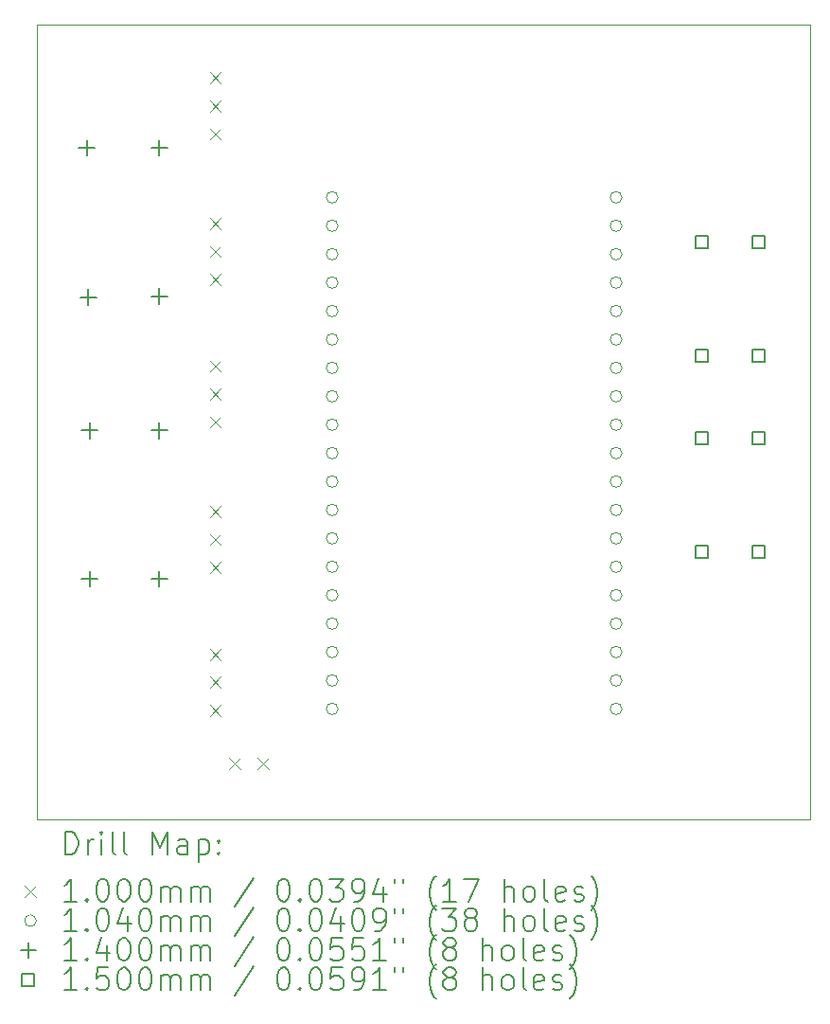
<source format=gbr>
%TF.GenerationSoftware,KiCad,Pcbnew,8.0.5*%
%TF.CreationDate,2024-11-17T20:05:29+09:00*%
%TF.ProjectId,VR_glove,56525f67-6c6f-4766-952e-6b696361645f,rev?*%
%TF.SameCoordinates,Original*%
%TF.FileFunction,Drillmap*%
%TF.FilePolarity,Positive*%
%FSLAX45Y45*%
G04 Gerber Fmt 4.5, Leading zero omitted, Abs format (unit mm)*
G04 Created by KiCad (PCBNEW 8.0.5) date 2024-11-17 20:05:29*
%MOMM*%
%LPD*%
G01*
G04 APERTURE LIST*
%ADD10C,0.050000*%
%ADD11C,0.200000*%
%ADD12C,0.100000*%
%ADD13C,0.104000*%
%ADD14C,0.140000*%
%ADD15C,0.150000*%
G04 APERTURE END LIST*
D10*
X11775000Y-4625000D02*
X18700000Y-4625000D01*
X18700000Y-11725000D01*
X11775000Y-11725000D01*
X11775000Y-4625000D01*
D11*
D12*
X13325000Y-5050000D02*
X13425000Y-5150000D01*
X13425000Y-5050000D02*
X13325000Y-5150000D01*
X13325000Y-5300000D02*
X13425000Y-5400000D01*
X13425000Y-5300000D02*
X13325000Y-5400000D01*
X13325000Y-5550000D02*
X13425000Y-5650000D01*
X13425000Y-5550000D02*
X13325000Y-5650000D01*
X13325000Y-6350000D02*
X13425000Y-6450000D01*
X13425000Y-6350000D02*
X13325000Y-6450000D01*
X13325000Y-6600000D02*
X13425000Y-6700000D01*
X13425000Y-6600000D02*
X13325000Y-6700000D01*
X13325000Y-6850000D02*
X13425000Y-6950000D01*
X13425000Y-6850000D02*
X13325000Y-6950000D01*
X13325000Y-7625000D02*
X13425000Y-7725000D01*
X13425000Y-7625000D02*
X13325000Y-7725000D01*
X13325000Y-7875000D02*
X13425000Y-7975000D01*
X13425000Y-7875000D02*
X13325000Y-7975000D01*
X13325000Y-8125000D02*
X13425000Y-8225000D01*
X13425000Y-8125000D02*
X13325000Y-8225000D01*
X13325000Y-8925000D02*
X13425000Y-9025000D01*
X13425000Y-8925000D02*
X13325000Y-9025000D01*
X13325000Y-9175000D02*
X13425000Y-9275000D01*
X13425000Y-9175000D02*
X13325000Y-9275000D01*
X13325000Y-9425000D02*
X13425000Y-9525000D01*
X13425000Y-9425000D02*
X13325000Y-9525000D01*
X13325000Y-10200000D02*
X13425000Y-10300000D01*
X13425000Y-10200000D02*
X13325000Y-10300000D01*
X13325000Y-10450000D02*
X13425000Y-10550000D01*
X13425000Y-10450000D02*
X13325000Y-10550000D01*
X13325000Y-10700000D02*
X13425000Y-10800000D01*
X13425000Y-10700000D02*
X13325000Y-10800000D01*
X13498500Y-11175000D02*
X13598500Y-11275000D01*
X13598500Y-11175000D02*
X13498500Y-11275000D01*
X13752500Y-11175000D02*
X13852500Y-11275000D01*
X13852500Y-11175000D02*
X13752500Y-11275000D01*
D13*
X14472000Y-6166000D02*
G75*
G02*
X14368000Y-6166000I-52000J0D01*
G01*
X14368000Y-6166000D02*
G75*
G02*
X14472000Y-6166000I52000J0D01*
G01*
X14472000Y-6420000D02*
G75*
G02*
X14368000Y-6420000I-52000J0D01*
G01*
X14368000Y-6420000D02*
G75*
G02*
X14472000Y-6420000I52000J0D01*
G01*
X14472000Y-6674000D02*
G75*
G02*
X14368000Y-6674000I-52000J0D01*
G01*
X14368000Y-6674000D02*
G75*
G02*
X14472000Y-6674000I52000J0D01*
G01*
X14472000Y-6928000D02*
G75*
G02*
X14368000Y-6928000I-52000J0D01*
G01*
X14368000Y-6928000D02*
G75*
G02*
X14472000Y-6928000I52000J0D01*
G01*
X14472000Y-7182000D02*
G75*
G02*
X14368000Y-7182000I-52000J0D01*
G01*
X14368000Y-7182000D02*
G75*
G02*
X14472000Y-7182000I52000J0D01*
G01*
X14472000Y-7436000D02*
G75*
G02*
X14368000Y-7436000I-52000J0D01*
G01*
X14368000Y-7436000D02*
G75*
G02*
X14472000Y-7436000I52000J0D01*
G01*
X14472000Y-7690000D02*
G75*
G02*
X14368000Y-7690000I-52000J0D01*
G01*
X14368000Y-7690000D02*
G75*
G02*
X14472000Y-7690000I52000J0D01*
G01*
X14472000Y-7944000D02*
G75*
G02*
X14368000Y-7944000I-52000J0D01*
G01*
X14368000Y-7944000D02*
G75*
G02*
X14472000Y-7944000I52000J0D01*
G01*
X14472000Y-8198000D02*
G75*
G02*
X14368000Y-8198000I-52000J0D01*
G01*
X14368000Y-8198000D02*
G75*
G02*
X14472000Y-8198000I52000J0D01*
G01*
X14472000Y-8452000D02*
G75*
G02*
X14368000Y-8452000I-52000J0D01*
G01*
X14368000Y-8452000D02*
G75*
G02*
X14472000Y-8452000I52000J0D01*
G01*
X14472000Y-8706000D02*
G75*
G02*
X14368000Y-8706000I-52000J0D01*
G01*
X14368000Y-8706000D02*
G75*
G02*
X14472000Y-8706000I52000J0D01*
G01*
X14472000Y-8960000D02*
G75*
G02*
X14368000Y-8960000I-52000J0D01*
G01*
X14368000Y-8960000D02*
G75*
G02*
X14472000Y-8960000I52000J0D01*
G01*
X14472000Y-9214000D02*
G75*
G02*
X14368000Y-9214000I-52000J0D01*
G01*
X14368000Y-9214000D02*
G75*
G02*
X14472000Y-9214000I52000J0D01*
G01*
X14472000Y-9468000D02*
G75*
G02*
X14368000Y-9468000I-52000J0D01*
G01*
X14368000Y-9468000D02*
G75*
G02*
X14472000Y-9468000I52000J0D01*
G01*
X14472000Y-9722000D02*
G75*
G02*
X14368000Y-9722000I-52000J0D01*
G01*
X14368000Y-9722000D02*
G75*
G02*
X14472000Y-9722000I52000J0D01*
G01*
X14472000Y-9976000D02*
G75*
G02*
X14368000Y-9976000I-52000J0D01*
G01*
X14368000Y-9976000D02*
G75*
G02*
X14472000Y-9976000I52000J0D01*
G01*
X14472000Y-10230000D02*
G75*
G02*
X14368000Y-10230000I-52000J0D01*
G01*
X14368000Y-10230000D02*
G75*
G02*
X14472000Y-10230000I52000J0D01*
G01*
X14472000Y-10484000D02*
G75*
G02*
X14368000Y-10484000I-52000J0D01*
G01*
X14368000Y-10484000D02*
G75*
G02*
X14472000Y-10484000I52000J0D01*
G01*
X14472000Y-10738000D02*
G75*
G02*
X14368000Y-10738000I-52000J0D01*
G01*
X14368000Y-10738000D02*
G75*
G02*
X14472000Y-10738000I52000J0D01*
G01*
X17012000Y-6166000D02*
G75*
G02*
X16908000Y-6166000I-52000J0D01*
G01*
X16908000Y-6166000D02*
G75*
G02*
X17012000Y-6166000I52000J0D01*
G01*
X17012000Y-6420000D02*
G75*
G02*
X16908000Y-6420000I-52000J0D01*
G01*
X16908000Y-6420000D02*
G75*
G02*
X17012000Y-6420000I52000J0D01*
G01*
X17012000Y-6674000D02*
G75*
G02*
X16908000Y-6674000I-52000J0D01*
G01*
X16908000Y-6674000D02*
G75*
G02*
X17012000Y-6674000I52000J0D01*
G01*
X17012000Y-6928000D02*
G75*
G02*
X16908000Y-6928000I-52000J0D01*
G01*
X16908000Y-6928000D02*
G75*
G02*
X17012000Y-6928000I52000J0D01*
G01*
X17012000Y-7182000D02*
G75*
G02*
X16908000Y-7182000I-52000J0D01*
G01*
X16908000Y-7182000D02*
G75*
G02*
X17012000Y-7182000I52000J0D01*
G01*
X17012000Y-7436000D02*
G75*
G02*
X16908000Y-7436000I-52000J0D01*
G01*
X16908000Y-7436000D02*
G75*
G02*
X17012000Y-7436000I52000J0D01*
G01*
X17012000Y-7690000D02*
G75*
G02*
X16908000Y-7690000I-52000J0D01*
G01*
X16908000Y-7690000D02*
G75*
G02*
X17012000Y-7690000I52000J0D01*
G01*
X17012000Y-7944000D02*
G75*
G02*
X16908000Y-7944000I-52000J0D01*
G01*
X16908000Y-7944000D02*
G75*
G02*
X17012000Y-7944000I52000J0D01*
G01*
X17012000Y-8198000D02*
G75*
G02*
X16908000Y-8198000I-52000J0D01*
G01*
X16908000Y-8198000D02*
G75*
G02*
X17012000Y-8198000I52000J0D01*
G01*
X17012000Y-8452000D02*
G75*
G02*
X16908000Y-8452000I-52000J0D01*
G01*
X16908000Y-8452000D02*
G75*
G02*
X17012000Y-8452000I52000J0D01*
G01*
X17012000Y-8706000D02*
G75*
G02*
X16908000Y-8706000I-52000J0D01*
G01*
X16908000Y-8706000D02*
G75*
G02*
X17012000Y-8706000I52000J0D01*
G01*
X17012000Y-8960000D02*
G75*
G02*
X16908000Y-8960000I-52000J0D01*
G01*
X16908000Y-8960000D02*
G75*
G02*
X17012000Y-8960000I52000J0D01*
G01*
X17012000Y-9214000D02*
G75*
G02*
X16908000Y-9214000I-52000J0D01*
G01*
X16908000Y-9214000D02*
G75*
G02*
X17012000Y-9214000I52000J0D01*
G01*
X17012000Y-9468000D02*
G75*
G02*
X16908000Y-9468000I-52000J0D01*
G01*
X16908000Y-9468000D02*
G75*
G02*
X17012000Y-9468000I52000J0D01*
G01*
X17012000Y-9722000D02*
G75*
G02*
X16908000Y-9722000I-52000J0D01*
G01*
X16908000Y-9722000D02*
G75*
G02*
X17012000Y-9722000I52000J0D01*
G01*
X17012000Y-9976000D02*
G75*
G02*
X16908000Y-9976000I-52000J0D01*
G01*
X16908000Y-9976000D02*
G75*
G02*
X17012000Y-9976000I52000J0D01*
G01*
X17012000Y-10230000D02*
G75*
G02*
X16908000Y-10230000I-52000J0D01*
G01*
X16908000Y-10230000D02*
G75*
G02*
X17012000Y-10230000I52000J0D01*
G01*
X17012000Y-10484000D02*
G75*
G02*
X16908000Y-10484000I-52000J0D01*
G01*
X16908000Y-10484000D02*
G75*
G02*
X17012000Y-10484000I52000J0D01*
G01*
X17012000Y-10738000D02*
G75*
G02*
X16908000Y-10738000I-52000J0D01*
G01*
X16908000Y-10738000D02*
G75*
G02*
X17012000Y-10738000I52000J0D01*
G01*
D14*
X12225000Y-5655000D02*
X12225000Y-5795000D01*
X12155000Y-5725000D02*
X12295000Y-5725000D01*
X12239200Y-6987200D02*
X12239200Y-7127200D01*
X12169200Y-7057200D02*
X12309200Y-7057200D01*
X12250000Y-8180000D02*
X12250000Y-8320000D01*
X12180000Y-8250000D02*
X12320000Y-8250000D01*
X12250000Y-9505000D02*
X12250000Y-9645000D01*
X12180000Y-9575000D02*
X12320000Y-9575000D01*
X12875000Y-5655000D02*
X12875000Y-5795000D01*
X12805000Y-5725000D02*
X12945000Y-5725000D01*
X12875000Y-6980000D02*
X12875000Y-7120000D01*
X12805000Y-7050000D02*
X12945000Y-7050000D01*
X12875000Y-8180000D02*
X12875000Y-8320000D01*
X12805000Y-8250000D02*
X12945000Y-8250000D01*
X12875000Y-9505000D02*
X12875000Y-9645000D01*
X12805000Y-9575000D02*
X12945000Y-9575000D01*
D15*
X17778034Y-6620033D02*
X17778034Y-6513966D01*
X17671967Y-6513966D01*
X17671967Y-6620033D01*
X17778034Y-6620033D01*
X17778034Y-7636033D02*
X17778034Y-7529966D01*
X17671967Y-7529966D01*
X17671967Y-7636033D01*
X17778034Y-7636033D01*
X17778034Y-8370033D02*
X17778034Y-8263966D01*
X17671967Y-8263966D01*
X17671967Y-8370033D01*
X17778034Y-8370033D01*
X17778034Y-9386034D02*
X17778034Y-9279967D01*
X17671967Y-9279967D01*
X17671967Y-9386034D01*
X17778034Y-9386034D01*
X18286034Y-6620033D02*
X18286034Y-6513966D01*
X18179967Y-6513966D01*
X18179967Y-6620033D01*
X18286034Y-6620033D01*
X18286034Y-7636033D02*
X18286034Y-7529966D01*
X18179967Y-7529966D01*
X18179967Y-7636033D01*
X18286034Y-7636033D01*
X18286034Y-8370033D02*
X18286034Y-8263966D01*
X18179967Y-8263966D01*
X18179967Y-8370033D01*
X18286034Y-8370033D01*
X18286034Y-9386034D02*
X18286034Y-9279967D01*
X18179967Y-9279967D01*
X18179967Y-9386034D01*
X18286034Y-9386034D01*
D11*
X12033277Y-12038984D02*
X12033277Y-11838984D01*
X12033277Y-11838984D02*
X12080896Y-11838984D01*
X12080896Y-11838984D02*
X12109467Y-11848508D01*
X12109467Y-11848508D02*
X12128515Y-11867555D01*
X12128515Y-11867555D02*
X12138039Y-11886603D01*
X12138039Y-11886603D02*
X12147562Y-11924698D01*
X12147562Y-11924698D02*
X12147562Y-11953269D01*
X12147562Y-11953269D02*
X12138039Y-11991365D01*
X12138039Y-11991365D02*
X12128515Y-12010412D01*
X12128515Y-12010412D02*
X12109467Y-12029460D01*
X12109467Y-12029460D02*
X12080896Y-12038984D01*
X12080896Y-12038984D02*
X12033277Y-12038984D01*
X12233277Y-12038984D02*
X12233277Y-11905650D01*
X12233277Y-11943746D02*
X12242801Y-11924698D01*
X12242801Y-11924698D02*
X12252324Y-11915174D01*
X12252324Y-11915174D02*
X12271372Y-11905650D01*
X12271372Y-11905650D02*
X12290420Y-11905650D01*
X12357086Y-12038984D02*
X12357086Y-11905650D01*
X12357086Y-11838984D02*
X12347562Y-11848508D01*
X12347562Y-11848508D02*
X12357086Y-11858031D01*
X12357086Y-11858031D02*
X12366610Y-11848508D01*
X12366610Y-11848508D02*
X12357086Y-11838984D01*
X12357086Y-11838984D02*
X12357086Y-11858031D01*
X12480896Y-12038984D02*
X12461848Y-12029460D01*
X12461848Y-12029460D02*
X12452324Y-12010412D01*
X12452324Y-12010412D02*
X12452324Y-11838984D01*
X12585658Y-12038984D02*
X12566610Y-12029460D01*
X12566610Y-12029460D02*
X12557086Y-12010412D01*
X12557086Y-12010412D02*
X12557086Y-11838984D01*
X12814229Y-12038984D02*
X12814229Y-11838984D01*
X12814229Y-11838984D02*
X12880896Y-11981841D01*
X12880896Y-11981841D02*
X12947562Y-11838984D01*
X12947562Y-11838984D02*
X12947562Y-12038984D01*
X13128515Y-12038984D02*
X13128515Y-11934222D01*
X13128515Y-11934222D02*
X13118991Y-11915174D01*
X13118991Y-11915174D02*
X13099943Y-11905650D01*
X13099943Y-11905650D02*
X13061848Y-11905650D01*
X13061848Y-11905650D02*
X13042801Y-11915174D01*
X13128515Y-12029460D02*
X13109467Y-12038984D01*
X13109467Y-12038984D02*
X13061848Y-12038984D01*
X13061848Y-12038984D02*
X13042801Y-12029460D01*
X13042801Y-12029460D02*
X13033277Y-12010412D01*
X13033277Y-12010412D02*
X13033277Y-11991365D01*
X13033277Y-11991365D02*
X13042801Y-11972317D01*
X13042801Y-11972317D02*
X13061848Y-11962793D01*
X13061848Y-11962793D02*
X13109467Y-11962793D01*
X13109467Y-11962793D02*
X13128515Y-11953269D01*
X13223753Y-11905650D02*
X13223753Y-12105650D01*
X13223753Y-11915174D02*
X13242801Y-11905650D01*
X13242801Y-11905650D02*
X13280896Y-11905650D01*
X13280896Y-11905650D02*
X13299943Y-11915174D01*
X13299943Y-11915174D02*
X13309467Y-11924698D01*
X13309467Y-11924698D02*
X13318991Y-11943746D01*
X13318991Y-11943746D02*
X13318991Y-12000888D01*
X13318991Y-12000888D02*
X13309467Y-12019936D01*
X13309467Y-12019936D02*
X13299943Y-12029460D01*
X13299943Y-12029460D02*
X13280896Y-12038984D01*
X13280896Y-12038984D02*
X13242801Y-12038984D01*
X13242801Y-12038984D02*
X13223753Y-12029460D01*
X13404705Y-12019936D02*
X13414229Y-12029460D01*
X13414229Y-12029460D02*
X13404705Y-12038984D01*
X13404705Y-12038984D02*
X13395182Y-12029460D01*
X13395182Y-12029460D02*
X13404705Y-12019936D01*
X13404705Y-12019936D02*
X13404705Y-12038984D01*
X13404705Y-11915174D02*
X13414229Y-11924698D01*
X13414229Y-11924698D02*
X13404705Y-11934222D01*
X13404705Y-11934222D02*
X13395182Y-11924698D01*
X13395182Y-11924698D02*
X13404705Y-11915174D01*
X13404705Y-11915174D02*
X13404705Y-11934222D01*
D12*
X11672500Y-12317500D02*
X11772500Y-12417500D01*
X11772500Y-12317500D02*
X11672500Y-12417500D01*
D11*
X12138039Y-12458984D02*
X12023753Y-12458984D01*
X12080896Y-12458984D02*
X12080896Y-12258984D01*
X12080896Y-12258984D02*
X12061848Y-12287555D01*
X12061848Y-12287555D02*
X12042801Y-12306603D01*
X12042801Y-12306603D02*
X12023753Y-12316127D01*
X12223753Y-12439936D02*
X12233277Y-12449460D01*
X12233277Y-12449460D02*
X12223753Y-12458984D01*
X12223753Y-12458984D02*
X12214229Y-12449460D01*
X12214229Y-12449460D02*
X12223753Y-12439936D01*
X12223753Y-12439936D02*
X12223753Y-12458984D01*
X12357086Y-12258984D02*
X12376134Y-12258984D01*
X12376134Y-12258984D02*
X12395182Y-12268508D01*
X12395182Y-12268508D02*
X12404705Y-12278031D01*
X12404705Y-12278031D02*
X12414229Y-12297079D01*
X12414229Y-12297079D02*
X12423753Y-12335174D01*
X12423753Y-12335174D02*
X12423753Y-12382793D01*
X12423753Y-12382793D02*
X12414229Y-12420888D01*
X12414229Y-12420888D02*
X12404705Y-12439936D01*
X12404705Y-12439936D02*
X12395182Y-12449460D01*
X12395182Y-12449460D02*
X12376134Y-12458984D01*
X12376134Y-12458984D02*
X12357086Y-12458984D01*
X12357086Y-12458984D02*
X12338039Y-12449460D01*
X12338039Y-12449460D02*
X12328515Y-12439936D01*
X12328515Y-12439936D02*
X12318991Y-12420888D01*
X12318991Y-12420888D02*
X12309467Y-12382793D01*
X12309467Y-12382793D02*
X12309467Y-12335174D01*
X12309467Y-12335174D02*
X12318991Y-12297079D01*
X12318991Y-12297079D02*
X12328515Y-12278031D01*
X12328515Y-12278031D02*
X12338039Y-12268508D01*
X12338039Y-12268508D02*
X12357086Y-12258984D01*
X12547562Y-12258984D02*
X12566610Y-12258984D01*
X12566610Y-12258984D02*
X12585658Y-12268508D01*
X12585658Y-12268508D02*
X12595182Y-12278031D01*
X12595182Y-12278031D02*
X12604705Y-12297079D01*
X12604705Y-12297079D02*
X12614229Y-12335174D01*
X12614229Y-12335174D02*
X12614229Y-12382793D01*
X12614229Y-12382793D02*
X12604705Y-12420888D01*
X12604705Y-12420888D02*
X12595182Y-12439936D01*
X12595182Y-12439936D02*
X12585658Y-12449460D01*
X12585658Y-12449460D02*
X12566610Y-12458984D01*
X12566610Y-12458984D02*
X12547562Y-12458984D01*
X12547562Y-12458984D02*
X12528515Y-12449460D01*
X12528515Y-12449460D02*
X12518991Y-12439936D01*
X12518991Y-12439936D02*
X12509467Y-12420888D01*
X12509467Y-12420888D02*
X12499943Y-12382793D01*
X12499943Y-12382793D02*
X12499943Y-12335174D01*
X12499943Y-12335174D02*
X12509467Y-12297079D01*
X12509467Y-12297079D02*
X12518991Y-12278031D01*
X12518991Y-12278031D02*
X12528515Y-12268508D01*
X12528515Y-12268508D02*
X12547562Y-12258984D01*
X12738039Y-12258984D02*
X12757086Y-12258984D01*
X12757086Y-12258984D02*
X12776134Y-12268508D01*
X12776134Y-12268508D02*
X12785658Y-12278031D01*
X12785658Y-12278031D02*
X12795182Y-12297079D01*
X12795182Y-12297079D02*
X12804705Y-12335174D01*
X12804705Y-12335174D02*
X12804705Y-12382793D01*
X12804705Y-12382793D02*
X12795182Y-12420888D01*
X12795182Y-12420888D02*
X12785658Y-12439936D01*
X12785658Y-12439936D02*
X12776134Y-12449460D01*
X12776134Y-12449460D02*
X12757086Y-12458984D01*
X12757086Y-12458984D02*
X12738039Y-12458984D01*
X12738039Y-12458984D02*
X12718991Y-12449460D01*
X12718991Y-12449460D02*
X12709467Y-12439936D01*
X12709467Y-12439936D02*
X12699943Y-12420888D01*
X12699943Y-12420888D02*
X12690420Y-12382793D01*
X12690420Y-12382793D02*
X12690420Y-12335174D01*
X12690420Y-12335174D02*
X12699943Y-12297079D01*
X12699943Y-12297079D02*
X12709467Y-12278031D01*
X12709467Y-12278031D02*
X12718991Y-12268508D01*
X12718991Y-12268508D02*
X12738039Y-12258984D01*
X12890420Y-12458984D02*
X12890420Y-12325650D01*
X12890420Y-12344698D02*
X12899943Y-12335174D01*
X12899943Y-12335174D02*
X12918991Y-12325650D01*
X12918991Y-12325650D02*
X12947563Y-12325650D01*
X12947563Y-12325650D02*
X12966610Y-12335174D01*
X12966610Y-12335174D02*
X12976134Y-12354222D01*
X12976134Y-12354222D02*
X12976134Y-12458984D01*
X12976134Y-12354222D02*
X12985658Y-12335174D01*
X12985658Y-12335174D02*
X13004705Y-12325650D01*
X13004705Y-12325650D02*
X13033277Y-12325650D01*
X13033277Y-12325650D02*
X13052324Y-12335174D01*
X13052324Y-12335174D02*
X13061848Y-12354222D01*
X13061848Y-12354222D02*
X13061848Y-12458984D01*
X13157086Y-12458984D02*
X13157086Y-12325650D01*
X13157086Y-12344698D02*
X13166610Y-12335174D01*
X13166610Y-12335174D02*
X13185658Y-12325650D01*
X13185658Y-12325650D02*
X13214229Y-12325650D01*
X13214229Y-12325650D02*
X13233277Y-12335174D01*
X13233277Y-12335174D02*
X13242801Y-12354222D01*
X13242801Y-12354222D02*
X13242801Y-12458984D01*
X13242801Y-12354222D02*
X13252324Y-12335174D01*
X13252324Y-12335174D02*
X13271372Y-12325650D01*
X13271372Y-12325650D02*
X13299943Y-12325650D01*
X13299943Y-12325650D02*
X13318991Y-12335174D01*
X13318991Y-12335174D02*
X13328515Y-12354222D01*
X13328515Y-12354222D02*
X13328515Y-12458984D01*
X13718991Y-12249460D02*
X13547563Y-12506603D01*
X13976134Y-12258984D02*
X13995182Y-12258984D01*
X13995182Y-12258984D02*
X14014229Y-12268508D01*
X14014229Y-12268508D02*
X14023753Y-12278031D01*
X14023753Y-12278031D02*
X14033277Y-12297079D01*
X14033277Y-12297079D02*
X14042801Y-12335174D01*
X14042801Y-12335174D02*
X14042801Y-12382793D01*
X14042801Y-12382793D02*
X14033277Y-12420888D01*
X14033277Y-12420888D02*
X14023753Y-12439936D01*
X14023753Y-12439936D02*
X14014229Y-12449460D01*
X14014229Y-12449460D02*
X13995182Y-12458984D01*
X13995182Y-12458984D02*
X13976134Y-12458984D01*
X13976134Y-12458984D02*
X13957086Y-12449460D01*
X13957086Y-12449460D02*
X13947563Y-12439936D01*
X13947563Y-12439936D02*
X13938039Y-12420888D01*
X13938039Y-12420888D02*
X13928515Y-12382793D01*
X13928515Y-12382793D02*
X13928515Y-12335174D01*
X13928515Y-12335174D02*
X13938039Y-12297079D01*
X13938039Y-12297079D02*
X13947563Y-12278031D01*
X13947563Y-12278031D02*
X13957086Y-12268508D01*
X13957086Y-12268508D02*
X13976134Y-12258984D01*
X14128515Y-12439936D02*
X14138039Y-12449460D01*
X14138039Y-12449460D02*
X14128515Y-12458984D01*
X14128515Y-12458984D02*
X14118991Y-12449460D01*
X14118991Y-12449460D02*
X14128515Y-12439936D01*
X14128515Y-12439936D02*
X14128515Y-12458984D01*
X14261848Y-12258984D02*
X14280896Y-12258984D01*
X14280896Y-12258984D02*
X14299944Y-12268508D01*
X14299944Y-12268508D02*
X14309467Y-12278031D01*
X14309467Y-12278031D02*
X14318991Y-12297079D01*
X14318991Y-12297079D02*
X14328515Y-12335174D01*
X14328515Y-12335174D02*
X14328515Y-12382793D01*
X14328515Y-12382793D02*
X14318991Y-12420888D01*
X14318991Y-12420888D02*
X14309467Y-12439936D01*
X14309467Y-12439936D02*
X14299944Y-12449460D01*
X14299944Y-12449460D02*
X14280896Y-12458984D01*
X14280896Y-12458984D02*
X14261848Y-12458984D01*
X14261848Y-12458984D02*
X14242801Y-12449460D01*
X14242801Y-12449460D02*
X14233277Y-12439936D01*
X14233277Y-12439936D02*
X14223753Y-12420888D01*
X14223753Y-12420888D02*
X14214229Y-12382793D01*
X14214229Y-12382793D02*
X14214229Y-12335174D01*
X14214229Y-12335174D02*
X14223753Y-12297079D01*
X14223753Y-12297079D02*
X14233277Y-12278031D01*
X14233277Y-12278031D02*
X14242801Y-12268508D01*
X14242801Y-12268508D02*
X14261848Y-12258984D01*
X14395182Y-12258984D02*
X14518991Y-12258984D01*
X14518991Y-12258984D02*
X14452325Y-12335174D01*
X14452325Y-12335174D02*
X14480896Y-12335174D01*
X14480896Y-12335174D02*
X14499944Y-12344698D01*
X14499944Y-12344698D02*
X14509467Y-12354222D01*
X14509467Y-12354222D02*
X14518991Y-12373269D01*
X14518991Y-12373269D02*
X14518991Y-12420888D01*
X14518991Y-12420888D02*
X14509467Y-12439936D01*
X14509467Y-12439936D02*
X14499944Y-12449460D01*
X14499944Y-12449460D02*
X14480896Y-12458984D01*
X14480896Y-12458984D02*
X14423753Y-12458984D01*
X14423753Y-12458984D02*
X14404706Y-12449460D01*
X14404706Y-12449460D02*
X14395182Y-12439936D01*
X14614229Y-12458984D02*
X14652325Y-12458984D01*
X14652325Y-12458984D02*
X14671372Y-12449460D01*
X14671372Y-12449460D02*
X14680896Y-12439936D01*
X14680896Y-12439936D02*
X14699944Y-12411365D01*
X14699944Y-12411365D02*
X14709467Y-12373269D01*
X14709467Y-12373269D02*
X14709467Y-12297079D01*
X14709467Y-12297079D02*
X14699944Y-12278031D01*
X14699944Y-12278031D02*
X14690420Y-12268508D01*
X14690420Y-12268508D02*
X14671372Y-12258984D01*
X14671372Y-12258984D02*
X14633277Y-12258984D01*
X14633277Y-12258984D02*
X14614229Y-12268508D01*
X14614229Y-12268508D02*
X14604706Y-12278031D01*
X14604706Y-12278031D02*
X14595182Y-12297079D01*
X14595182Y-12297079D02*
X14595182Y-12344698D01*
X14595182Y-12344698D02*
X14604706Y-12363746D01*
X14604706Y-12363746D02*
X14614229Y-12373269D01*
X14614229Y-12373269D02*
X14633277Y-12382793D01*
X14633277Y-12382793D02*
X14671372Y-12382793D01*
X14671372Y-12382793D02*
X14690420Y-12373269D01*
X14690420Y-12373269D02*
X14699944Y-12363746D01*
X14699944Y-12363746D02*
X14709467Y-12344698D01*
X14880896Y-12325650D02*
X14880896Y-12458984D01*
X14833277Y-12249460D02*
X14785658Y-12392317D01*
X14785658Y-12392317D02*
X14909467Y-12392317D01*
X14976134Y-12258984D02*
X14976134Y-12297079D01*
X15052325Y-12258984D02*
X15052325Y-12297079D01*
X15347563Y-12535174D02*
X15338039Y-12525650D01*
X15338039Y-12525650D02*
X15318991Y-12497079D01*
X15318991Y-12497079D02*
X15309468Y-12478031D01*
X15309468Y-12478031D02*
X15299944Y-12449460D01*
X15299944Y-12449460D02*
X15290420Y-12401841D01*
X15290420Y-12401841D02*
X15290420Y-12363746D01*
X15290420Y-12363746D02*
X15299944Y-12316127D01*
X15299944Y-12316127D02*
X15309468Y-12287555D01*
X15309468Y-12287555D02*
X15318991Y-12268508D01*
X15318991Y-12268508D02*
X15338039Y-12239936D01*
X15338039Y-12239936D02*
X15347563Y-12230412D01*
X15528515Y-12458984D02*
X15414229Y-12458984D01*
X15471372Y-12458984D02*
X15471372Y-12258984D01*
X15471372Y-12258984D02*
X15452325Y-12287555D01*
X15452325Y-12287555D02*
X15433277Y-12306603D01*
X15433277Y-12306603D02*
X15414229Y-12316127D01*
X15595182Y-12258984D02*
X15728515Y-12258984D01*
X15728515Y-12258984D02*
X15642801Y-12458984D01*
X15957087Y-12458984D02*
X15957087Y-12258984D01*
X16042801Y-12458984D02*
X16042801Y-12354222D01*
X16042801Y-12354222D02*
X16033277Y-12335174D01*
X16033277Y-12335174D02*
X16014230Y-12325650D01*
X16014230Y-12325650D02*
X15985658Y-12325650D01*
X15985658Y-12325650D02*
X15966610Y-12335174D01*
X15966610Y-12335174D02*
X15957087Y-12344698D01*
X16166610Y-12458984D02*
X16147563Y-12449460D01*
X16147563Y-12449460D02*
X16138039Y-12439936D01*
X16138039Y-12439936D02*
X16128515Y-12420888D01*
X16128515Y-12420888D02*
X16128515Y-12363746D01*
X16128515Y-12363746D02*
X16138039Y-12344698D01*
X16138039Y-12344698D02*
X16147563Y-12335174D01*
X16147563Y-12335174D02*
X16166610Y-12325650D01*
X16166610Y-12325650D02*
X16195182Y-12325650D01*
X16195182Y-12325650D02*
X16214230Y-12335174D01*
X16214230Y-12335174D02*
X16223753Y-12344698D01*
X16223753Y-12344698D02*
X16233277Y-12363746D01*
X16233277Y-12363746D02*
X16233277Y-12420888D01*
X16233277Y-12420888D02*
X16223753Y-12439936D01*
X16223753Y-12439936D02*
X16214230Y-12449460D01*
X16214230Y-12449460D02*
X16195182Y-12458984D01*
X16195182Y-12458984D02*
X16166610Y-12458984D01*
X16347563Y-12458984D02*
X16328515Y-12449460D01*
X16328515Y-12449460D02*
X16318991Y-12430412D01*
X16318991Y-12430412D02*
X16318991Y-12258984D01*
X16499944Y-12449460D02*
X16480896Y-12458984D01*
X16480896Y-12458984D02*
X16442801Y-12458984D01*
X16442801Y-12458984D02*
X16423753Y-12449460D01*
X16423753Y-12449460D02*
X16414230Y-12430412D01*
X16414230Y-12430412D02*
X16414230Y-12354222D01*
X16414230Y-12354222D02*
X16423753Y-12335174D01*
X16423753Y-12335174D02*
X16442801Y-12325650D01*
X16442801Y-12325650D02*
X16480896Y-12325650D01*
X16480896Y-12325650D02*
X16499944Y-12335174D01*
X16499944Y-12335174D02*
X16509468Y-12354222D01*
X16509468Y-12354222D02*
X16509468Y-12373269D01*
X16509468Y-12373269D02*
X16414230Y-12392317D01*
X16585658Y-12449460D02*
X16604706Y-12458984D01*
X16604706Y-12458984D02*
X16642801Y-12458984D01*
X16642801Y-12458984D02*
X16661849Y-12449460D01*
X16661849Y-12449460D02*
X16671372Y-12430412D01*
X16671372Y-12430412D02*
X16671372Y-12420888D01*
X16671372Y-12420888D02*
X16661849Y-12401841D01*
X16661849Y-12401841D02*
X16642801Y-12392317D01*
X16642801Y-12392317D02*
X16614230Y-12392317D01*
X16614230Y-12392317D02*
X16595182Y-12382793D01*
X16595182Y-12382793D02*
X16585658Y-12363746D01*
X16585658Y-12363746D02*
X16585658Y-12354222D01*
X16585658Y-12354222D02*
X16595182Y-12335174D01*
X16595182Y-12335174D02*
X16614230Y-12325650D01*
X16614230Y-12325650D02*
X16642801Y-12325650D01*
X16642801Y-12325650D02*
X16661849Y-12335174D01*
X16738039Y-12535174D02*
X16747563Y-12525650D01*
X16747563Y-12525650D02*
X16766611Y-12497079D01*
X16766611Y-12497079D02*
X16776134Y-12478031D01*
X16776134Y-12478031D02*
X16785658Y-12449460D01*
X16785658Y-12449460D02*
X16795182Y-12401841D01*
X16795182Y-12401841D02*
X16795182Y-12363746D01*
X16795182Y-12363746D02*
X16785658Y-12316127D01*
X16785658Y-12316127D02*
X16776134Y-12287555D01*
X16776134Y-12287555D02*
X16766611Y-12268508D01*
X16766611Y-12268508D02*
X16747563Y-12239936D01*
X16747563Y-12239936D02*
X16738039Y-12230412D01*
D13*
X11772500Y-12631500D02*
G75*
G02*
X11668500Y-12631500I-52000J0D01*
G01*
X11668500Y-12631500D02*
G75*
G02*
X11772500Y-12631500I52000J0D01*
G01*
D11*
X12138039Y-12722984D02*
X12023753Y-12722984D01*
X12080896Y-12722984D02*
X12080896Y-12522984D01*
X12080896Y-12522984D02*
X12061848Y-12551555D01*
X12061848Y-12551555D02*
X12042801Y-12570603D01*
X12042801Y-12570603D02*
X12023753Y-12580127D01*
X12223753Y-12703936D02*
X12233277Y-12713460D01*
X12233277Y-12713460D02*
X12223753Y-12722984D01*
X12223753Y-12722984D02*
X12214229Y-12713460D01*
X12214229Y-12713460D02*
X12223753Y-12703936D01*
X12223753Y-12703936D02*
X12223753Y-12722984D01*
X12357086Y-12522984D02*
X12376134Y-12522984D01*
X12376134Y-12522984D02*
X12395182Y-12532508D01*
X12395182Y-12532508D02*
X12404705Y-12542031D01*
X12404705Y-12542031D02*
X12414229Y-12561079D01*
X12414229Y-12561079D02*
X12423753Y-12599174D01*
X12423753Y-12599174D02*
X12423753Y-12646793D01*
X12423753Y-12646793D02*
X12414229Y-12684888D01*
X12414229Y-12684888D02*
X12404705Y-12703936D01*
X12404705Y-12703936D02*
X12395182Y-12713460D01*
X12395182Y-12713460D02*
X12376134Y-12722984D01*
X12376134Y-12722984D02*
X12357086Y-12722984D01*
X12357086Y-12722984D02*
X12338039Y-12713460D01*
X12338039Y-12713460D02*
X12328515Y-12703936D01*
X12328515Y-12703936D02*
X12318991Y-12684888D01*
X12318991Y-12684888D02*
X12309467Y-12646793D01*
X12309467Y-12646793D02*
X12309467Y-12599174D01*
X12309467Y-12599174D02*
X12318991Y-12561079D01*
X12318991Y-12561079D02*
X12328515Y-12542031D01*
X12328515Y-12542031D02*
X12338039Y-12532508D01*
X12338039Y-12532508D02*
X12357086Y-12522984D01*
X12595182Y-12589650D02*
X12595182Y-12722984D01*
X12547562Y-12513460D02*
X12499943Y-12656317D01*
X12499943Y-12656317D02*
X12623753Y-12656317D01*
X12738039Y-12522984D02*
X12757086Y-12522984D01*
X12757086Y-12522984D02*
X12776134Y-12532508D01*
X12776134Y-12532508D02*
X12785658Y-12542031D01*
X12785658Y-12542031D02*
X12795182Y-12561079D01*
X12795182Y-12561079D02*
X12804705Y-12599174D01*
X12804705Y-12599174D02*
X12804705Y-12646793D01*
X12804705Y-12646793D02*
X12795182Y-12684888D01*
X12795182Y-12684888D02*
X12785658Y-12703936D01*
X12785658Y-12703936D02*
X12776134Y-12713460D01*
X12776134Y-12713460D02*
X12757086Y-12722984D01*
X12757086Y-12722984D02*
X12738039Y-12722984D01*
X12738039Y-12722984D02*
X12718991Y-12713460D01*
X12718991Y-12713460D02*
X12709467Y-12703936D01*
X12709467Y-12703936D02*
X12699943Y-12684888D01*
X12699943Y-12684888D02*
X12690420Y-12646793D01*
X12690420Y-12646793D02*
X12690420Y-12599174D01*
X12690420Y-12599174D02*
X12699943Y-12561079D01*
X12699943Y-12561079D02*
X12709467Y-12542031D01*
X12709467Y-12542031D02*
X12718991Y-12532508D01*
X12718991Y-12532508D02*
X12738039Y-12522984D01*
X12890420Y-12722984D02*
X12890420Y-12589650D01*
X12890420Y-12608698D02*
X12899943Y-12599174D01*
X12899943Y-12599174D02*
X12918991Y-12589650D01*
X12918991Y-12589650D02*
X12947563Y-12589650D01*
X12947563Y-12589650D02*
X12966610Y-12599174D01*
X12966610Y-12599174D02*
X12976134Y-12618222D01*
X12976134Y-12618222D02*
X12976134Y-12722984D01*
X12976134Y-12618222D02*
X12985658Y-12599174D01*
X12985658Y-12599174D02*
X13004705Y-12589650D01*
X13004705Y-12589650D02*
X13033277Y-12589650D01*
X13033277Y-12589650D02*
X13052324Y-12599174D01*
X13052324Y-12599174D02*
X13061848Y-12618222D01*
X13061848Y-12618222D02*
X13061848Y-12722984D01*
X13157086Y-12722984D02*
X13157086Y-12589650D01*
X13157086Y-12608698D02*
X13166610Y-12599174D01*
X13166610Y-12599174D02*
X13185658Y-12589650D01*
X13185658Y-12589650D02*
X13214229Y-12589650D01*
X13214229Y-12589650D02*
X13233277Y-12599174D01*
X13233277Y-12599174D02*
X13242801Y-12618222D01*
X13242801Y-12618222D02*
X13242801Y-12722984D01*
X13242801Y-12618222D02*
X13252324Y-12599174D01*
X13252324Y-12599174D02*
X13271372Y-12589650D01*
X13271372Y-12589650D02*
X13299943Y-12589650D01*
X13299943Y-12589650D02*
X13318991Y-12599174D01*
X13318991Y-12599174D02*
X13328515Y-12618222D01*
X13328515Y-12618222D02*
X13328515Y-12722984D01*
X13718991Y-12513460D02*
X13547563Y-12770603D01*
X13976134Y-12522984D02*
X13995182Y-12522984D01*
X13995182Y-12522984D02*
X14014229Y-12532508D01*
X14014229Y-12532508D02*
X14023753Y-12542031D01*
X14023753Y-12542031D02*
X14033277Y-12561079D01*
X14033277Y-12561079D02*
X14042801Y-12599174D01*
X14042801Y-12599174D02*
X14042801Y-12646793D01*
X14042801Y-12646793D02*
X14033277Y-12684888D01*
X14033277Y-12684888D02*
X14023753Y-12703936D01*
X14023753Y-12703936D02*
X14014229Y-12713460D01*
X14014229Y-12713460D02*
X13995182Y-12722984D01*
X13995182Y-12722984D02*
X13976134Y-12722984D01*
X13976134Y-12722984D02*
X13957086Y-12713460D01*
X13957086Y-12713460D02*
X13947563Y-12703936D01*
X13947563Y-12703936D02*
X13938039Y-12684888D01*
X13938039Y-12684888D02*
X13928515Y-12646793D01*
X13928515Y-12646793D02*
X13928515Y-12599174D01*
X13928515Y-12599174D02*
X13938039Y-12561079D01*
X13938039Y-12561079D02*
X13947563Y-12542031D01*
X13947563Y-12542031D02*
X13957086Y-12532508D01*
X13957086Y-12532508D02*
X13976134Y-12522984D01*
X14128515Y-12703936D02*
X14138039Y-12713460D01*
X14138039Y-12713460D02*
X14128515Y-12722984D01*
X14128515Y-12722984D02*
X14118991Y-12713460D01*
X14118991Y-12713460D02*
X14128515Y-12703936D01*
X14128515Y-12703936D02*
X14128515Y-12722984D01*
X14261848Y-12522984D02*
X14280896Y-12522984D01*
X14280896Y-12522984D02*
X14299944Y-12532508D01*
X14299944Y-12532508D02*
X14309467Y-12542031D01*
X14309467Y-12542031D02*
X14318991Y-12561079D01*
X14318991Y-12561079D02*
X14328515Y-12599174D01*
X14328515Y-12599174D02*
X14328515Y-12646793D01*
X14328515Y-12646793D02*
X14318991Y-12684888D01*
X14318991Y-12684888D02*
X14309467Y-12703936D01*
X14309467Y-12703936D02*
X14299944Y-12713460D01*
X14299944Y-12713460D02*
X14280896Y-12722984D01*
X14280896Y-12722984D02*
X14261848Y-12722984D01*
X14261848Y-12722984D02*
X14242801Y-12713460D01*
X14242801Y-12713460D02*
X14233277Y-12703936D01*
X14233277Y-12703936D02*
X14223753Y-12684888D01*
X14223753Y-12684888D02*
X14214229Y-12646793D01*
X14214229Y-12646793D02*
X14214229Y-12599174D01*
X14214229Y-12599174D02*
X14223753Y-12561079D01*
X14223753Y-12561079D02*
X14233277Y-12542031D01*
X14233277Y-12542031D02*
X14242801Y-12532508D01*
X14242801Y-12532508D02*
X14261848Y-12522984D01*
X14499944Y-12589650D02*
X14499944Y-12722984D01*
X14452325Y-12513460D02*
X14404706Y-12656317D01*
X14404706Y-12656317D02*
X14528515Y-12656317D01*
X14642801Y-12522984D02*
X14661848Y-12522984D01*
X14661848Y-12522984D02*
X14680896Y-12532508D01*
X14680896Y-12532508D02*
X14690420Y-12542031D01*
X14690420Y-12542031D02*
X14699944Y-12561079D01*
X14699944Y-12561079D02*
X14709467Y-12599174D01*
X14709467Y-12599174D02*
X14709467Y-12646793D01*
X14709467Y-12646793D02*
X14699944Y-12684888D01*
X14699944Y-12684888D02*
X14690420Y-12703936D01*
X14690420Y-12703936D02*
X14680896Y-12713460D01*
X14680896Y-12713460D02*
X14661848Y-12722984D01*
X14661848Y-12722984D02*
X14642801Y-12722984D01*
X14642801Y-12722984D02*
X14623753Y-12713460D01*
X14623753Y-12713460D02*
X14614229Y-12703936D01*
X14614229Y-12703936D02*
X14604706Y-12684888D01*
X14604706Y-12684888D02*
X14595182Y-12646793D01*
X14595182Y-12646793D02*
X14595182Y-12599174D01*
X14595182Y-12599174D02*
X14604706Y-12561079D01*
X14604706Y-12561079D02*
X14614229Y-12542031D01*
X14614229Y-12542031D02*
X14623753Y-12532508D01*
X14623753Y-12532508D02*
X14642801Y-12522984D01*
X14804706Y-12722984D02*
X14842801Y-12722984D01*
X14842801Y-12722984D02*
X14861848Y-12713460D01*
X14861848Y-12713460D02*
X14871372Y-12703936D01*
X14871372Y-12703936D02*
X14890420Y-12675365D01*
X14890420Y-12675365D02*
X14899944Y-12637269D01*
X14899944Y-12637269D02*
X14899944Y-12561079D01*
X14899944Y-12561079D02*
X14890420Y-12542031D01*
X14890420Y-12542031D02*
X14880896Y-12532508D01*
X14880896Y-12532508D02*
X14861848Y-12522984D01*
X14861848Y-12522984D02*
X14823753Y-12522984D01*
X14823753Y-12522984D02*
X14804706Y-12532508D01*
X14804706Y-12532508D02*
X14795182Y-12542031D01*
X14795182Y-12542031D02*
X14785658Y-12561079D01*
X14785658Y-12561079D02*
X14785658Y-12608698D01*
X14785658Y-12608698D02*
X14795182Y-12627746D01*
X14795182Y-12627746D02*
X14804706Y-12637269D01*
X14804706Y-12637269D02*
X14823753Y-12646793D01*
X14823753Y-12646793D02*
X14861848Y-12646793D01*
X14861848Y-12646793D02*
X14880896Y-12637269D01*
X14880896Y-12637269D02*
X14890420Y-12627746D01*
X14890420Y-12627746D02*
X14899944Y-12608698D01*
X14976134Y-12522984D02*
X14976134Y-12561079D01*
X15052325Y-12522984D02*
X15052325Y-12561079D01*
X15347563Y-12799174D02*
X15338039Y-12789650D01*
X15338039Y-12789650D02*
X15318991Y-12761079D01*
X15318991Y-12761079D02*
X15309468Y-12742031D01*
X15309468Y-12742031D02*
X15299944Y-12713460D01*
X15299944Y-12713460D02*
X15290420Y-12665841D01*
X15290420Y-12665841D02*
X15290420Y-12627746D01*
X15290420Y-12627746D02*
X15299944Y-12580127D01*
X15299944Y-12580127D02*
X15309468Y-12551555D01*
X15309468Y-12551555D02*
X15318991Y-12532508D01*
X15318991Y-12532508D02*
X15338039Y-12503936D01*
X15338039Y-12503936D02*
X15347563Y-12494412D01*
X15404706Y-12522984D02*
X15528515Y-12522984D01*
X15528515Y-12522984D02*
X15461848Y-12599174D01*
X15461848Y-12599174D02*
X15490420Y-12599174D01*
X15490420Y-12599174D02*
X15509468Y-12608698D01*
X15509468Y-12608698D02*
X15518991Y-12618222D01*
X15518991Y-12618222D02*
X15528515Y-12637269D01*
X15528515Y-12637269D02*
X15528515Y-12684888D01*
X15528515Y-12684888D02*
X15518991Y-12703936D01*
X15518991Y-12703936D02*
X15509468Y-12713460D01*
X15509468Y-12713460D02*
X15490420Y-12722984D01*
X15490420Y-12722984D02*
X15433277Y-12722984D01*
X15433277Y-12722984D02*
X15414229Y-12713460D01*
X15414229Y-12713460D02*
X15404706Y-12703936D01*
X15642801Y-12608698D02*
X15623753Y-12599174D01*
X15623753Y-12599174D02*
X15614229Y-12589650D01*
X15614229Y-12589650D02*
X15604706Y-12570603D01*
X15604706Y-12570603D02*
X15604706Y-12561079D01*
X15604706Y-12561079D02*
X15614229Y-12542031D01*
X15614229Y-12542031D02*
X15623753Y-12532508D01*
X15623753Y-12532508D02*
X15642801Y-12522984D01*
X15642801Y-12522984D02*
X15680896Y-12522984D01*
X15680896Y-12522984D02*
X15699944Y-12532508D01*
X15699944Y-12532508D02*
X15709468Y-12542031D01*
X15709468Y-12542031D02*
X15718991Y-12561079D01*
X15718991Y-12561079D02*
X15718991Y-12570603D01*
X15718991Y-12570603D02*
X15709468Y-12589650D01*
X15709468Y-12589650D02*
X15699944Y-12599174D01*
X15699944Y-12599174D02*
X15680896Y-12608698D01*
X15680896Y-12608698D02*
X15642801Y-12608698D01*
X15642801Y-12608698D02*
X15623753Y-12618222D01*
X15623753Y-12618222D02*
X15614229Y-12627746D01*
X15614229Y-12627746D02*
X15604706Y-12646793D01*
X15604706Y-12646793D02*
X15604706Y-12684888D01*
X15604706Y-12684888D02*
X15614229Y-12703936D01*
X15614229Y-12703936D02*
X15623753Y-12713460D01*
X15623753Y-12713460D02*
X15642801Y-12722984D01*
X15642801Y-12722984D02*
X15680896Y-12722984D01*
X15680896Y-12722984D02*
X15699944Y-12713460D01*
X15699944Y-12713460D02*
X15709468Y-12703936D01*
X15709468Y-12703936D02*
X15718991Y-12684888D01*
X15718991Y-12684888D02*
X15718991Y-12646793D01*
X15718991Y-12646793D02*
X15709468Y-12627746D01*
X15709468Y-12627746D02*
X15699944Y-12618222D01*
X15699944Y-12618222D02*
X15680896Y-12608698D01*
X15957087Y-12722984D02*
X15957087Y-12522984D01*
X16042801Y-12722984D02*
X16042801Y-12618222D01*
X16042801Y-12618222D02*
X16033277Y-12599174D01*
X16033277Y-12599174D02*
X16014230Y-12589650D01*
X16014230Y-12589650D02*
X15985658Y-12589650D01*
X15985658Y-12589650D02*
X15966610Y-12599174D01*
X15966610Y-12599174D02*
X15957087Y-12608698D01*
X16166610Y-12722984D02*
X16147563Y-12713460D01*
X16147563Y-12713460D02*
X16138039Y-12703936D01*
X16138039Y-12703936D02*
X16128515Y-12684888D01*
X16128515Y-12684888D02*
X16128515Y-12627746D01*
X16128515Y-12627746D02*
X16138039Y-12608698D01*
X16138039Y-12608698D02*
X16147563Y-12599174D01*
X16147563Y-12599174D02*
X16166610Y-12589650D01*
X16166610Y-12589650D02*
X16195182Y-12589650D01*
X16195182Y-12589650D02*
X16214230Y-12599174D01*
X16214230Y-12599174D02*
X16223753Y-12608698D01*
X16223753Y-12608698D02*
X16233277Y-12627746D01*
X16233277Y-12627746D02*
X16233277Y-12684888D01*
X16233277Y-12684888D02*
X16223753Y-12703936D01*
X16223753Y-12703936D02*
X16214230Y-12713460D01*
X16214230Y-12713460D02*
X16195182Y-12722984D01*
X16195182Y-12722984D02*
X16166610Y-12722984D01*
X16347563Y-12722984D02*
X16328515Y-12713460D01*
X16328515Y-12713460D02*
X16318991Y-12694412D01*
X16318991Y-12694412D02*
X16318991Y-12522984D01*
X16499944Y-12713460D02*
X16480896Y-12722984D01*
X16480896Y-12722984D02*
X16442801Y-12722984D01*
X16442801Y-12722984D02*
X16423753Y-12713460D01*
X16423753Y-12713460D02*
X16414230Y-12694412D01*
X16414230Y-12694412D02*
X16414230Y-12618222D01*
X16414230Y-12618222D02*
X16423753Y-12599174D01*
X16423753Y-12599174D02*
X16442801Y-12589650D01*
X16442801Y-12589650D02*
X16480896Y-12589650D01*
X16480896Y-12589650D02*
X16499944Y-12599174D01*
X16499944Y-12599174D02*
X16509468Y-12618222D01*
X16509468Y-12618222D02*
X16509468Y-12637269D01*
X16509468Y-12637269D02*
X16414230Y-12656317D01*
X16585658Y-12713460D02*
X16604706Y-12722984D01*
X16604706Y-12722984D02*
X16642801Y-12722984D01*
X16642801Y-12722984D02*
X16661849Y-12713460D01*
X16661849Y-12713460D02*
X16671372Y-12694412D01*
X16671372Y-12694412D02*
X16671372Y-12684888D01*
X16671372Y-12684888D02*
X16661849Y-12665841D01*
X16661849Y-12665841D02*
X16642801Y-12656317D01*
X16642801Y-12656317D02*
X16614230Y-12656317D01*
X16614230Y-12656317D02*
X16595182Y-12646793D01*
X16595182Y-12646793D02*
X16585658Y-12627746D01*
X16585658Y-12627746D02*
X16585658Y-12618222D01*
X16585658Y-12618222D02*
X16595182Y-12599174D01*
X16595182Y-12599174D02*
X16614230Y-12589650D01*
X16614230Y-12589650D02*
X16642801Y-12589650D01*
X16642801Y-12589650D02*
X16661849Y-12599174D01*
X16738039Y-12799174D02*
X16747563Y-12789650D01*
X16747563Y-12789650D02*
X16766611Y-12761079D01*
X16766611Y-12761079D02*
X16776134Y-12742031D01*
X16776134Y-12742031D02*
X16785658Y-12713460D01*
X16785658Y-12713460D02*
X16795182Y-12665841D01*
X16795182Y-12665841D02*
X16795182Y-12627746D01*
X16795182Y-12627746D02*
X16785658Y-12580127D01*
X16785658Y-12580127D02*
X16776134Y-12551555D01*
X16776134Y-12551555D02*
X16766611Y-12532508D01*
X16766611Y-12532508D02*
X16747563Y-12503936D01*
X16747563Y-12503936D02*
X16738039Y-12494412D01*
D14*
X11702500Y-12825500D02*
X11702500Y-12965500D01*
X11632500Y-12895500D02*
X11772500Y-12895500D01*
D11*
X12138039Y-12986984D02*
X12023753Y-12986984D01*
X12080896Y-12986984D02*
X12080896Y-12786984D01*
X12080896Y-12786984D02*
X12061848Y-12815555D01*
X12061848Y-12815555D02*
X12042801Y-12834603D01*
X12042801Y-12834603D02*
X12023753Y-12844127D01*
X12223753Y-12967936D02*
X12233277Y-12977460D01*
X12233277Y-12977460D02*
X12223753Y-12986984D01*
X12223753Y-12986984D02*
X12214229Y-12977460D01*
X12214229Y-12977460D02*
X12223753Y-12967936D01*
X12223753Y-12967936D02*
X12223753Y-12986984D01*
X12404705Y-12853650D02*
X12404705Y-12986984D01*
X12357086Y-12777460D02*
X12309467Y-12920317D01*
X12309467Y-12920317D02*
X12433277Y-12920317D01*
X12547562Y-12786984D02*
X12566610Y-12786984D01*
X12566610Y-12786984D02*
X12585658Y-12796508D01*
X12585658Y-12796508D02*
X12595182Y-12806031D01*
X12595182Y-12806031D02*
X12604705Y-12825079D01*
X12604705Y-12825079D02*
X12614229Y-12863174D01*
X12614229Y-12863174D02*
X12614229Y-12910793D01*
X12614229Y-12910793D02*
X12604705Y-12948888D01*
X12604705Y-12948888D02*
X12595182Y-12967936D01*
X12595182Y-12967936D02*
X12585658Y-12977460D01*
X12585658Y-12977460D02*
X12566610Y-12986984D01*
X12566610Y-12986984D02*
X12547562Y-12986984D01*
X12547562Y-12986984D02*
X12528515Y-12977460D01*
X12528515Y-12977460D02*
X12518991Y-12967936D01*
X12518991Y-12967936D02*
X12509467Y-12948888D01*
X12509467Y-12948888D02*
X12499943Y-12910793D01*
X12499943Y-12910793D02*
X12499943Y-12863174D01*
X12499943Y-12863174D02*
X12509467Y-12825079D01*
X12509467Y-12825079D02*
X12518991Y-12806031D01*
X12518991Y-12806031D02*
X12528515Y-12796508D01*
X12528515Y-12796508D02*
X12547562Y-12786984D01*
X12738039Y-12786984D02*
X12757086Y-12786984D01*
X12757086Y-12786984D02*
X12776134Y-12796508D01*
X12776134Y-12796508D02*
X12785658Y-12806031D01*
X12785658Y-12806031D02*
X12795182Y-12825079D01*
X12795182Y-12825079D02*
X12804705Y-12863174D01*
X12804705Y-12863174D02*
X12804705Y-12910793D01*
X12804705Y-12910793D02*
X12795182Y-12948888D01*
X12795182Y-12948888D02*
X12785658Y-12967936D01*
X12785658Y-12967936D02*
X12776134Y-12977460D01*
X12776134Y-12977460D02*
X12757086Y-12986984D01*
X12757086Y-12986984D02*
X12738039Y-12986984D01*
X12738039Y-12986984D02*
X12718991Y-12977460D01*
X12718991Y-12977460D02*
X12709467Y-12967936D01*
X12709467Y-12967936D02*
X12699943Y-12948888D01*
X12699943Y-12948888D02*
X12690420Y-12910793D01*
X12690420Y-12910793D02*
X12690420Y-12863174D01*
X12690420Y-12863174D02*
X12699943Y-12825079D01*
X12699943Y-12825079D02*
X12709467Y-12806031D01*
X12709467Y-12806031D02*
X12718991Y-12796508D01*
X12718991Y-12796508D02*
X12738039Y-12786984D01*
X12890420Y-12986984D02*
X12890420Y-12853650D01*
X12890420Y-12872698D02*
X12899943Y-12863174D01*
X12899943Y-12863174D02*
X12918991Y-12853650D01*
X12918991Y-12853650D02*
X12947563Y-12853650D01*
X12947563Y-12853650D02*
X12966610Y-12863174D01*
X12966610Y-12863174D02*
X12976134Y-12882222D01*
X12976134Y-12882222D02*
X12976134Y-12986984D01*
X12976134Y-12882222D02*
X12985658Y-12863174D01*
X12985658Y-12863174D02*
X13004705Y-12853650D01*
X13004705Y-12853650D02*
X13033277Y-12853650D01*
X13033277Y-12853650D02*
X13052324Y-12863174D01*
X13052324Y-12863174D02*
X13061848Y-12882222D01*
X13061848Y-12882222D02*
X13061848Y-12986984D01*
X13157086Y-12986984D02*
X13157086Y-12853650D01*
X13157086Y-12872698D02*
X13166610Y-12863174D01*
X13166610Y-12863174D02*
X13185658Y-12853650D01*
X13185658Y-12853650D02*
X13214229Y-12853650D01*
X13214229Y-12853650D02*
X13233277Y-12863174D01*
X13233277Y-12863174D02*
X13242801Y-12882222D01*
X13242801Y-12882222D02*
X13242801Y-12986984D01*
X13242801Y-12882222D02*
X13252324Y-12863174D01*
X13252324Y-12863174D02*
X13271372Y-12853650D01*
X13271372Y-12853650D02*
X13299943Y-12853650D01*
X13299943Y-12853650D02*
X13318991Y-12863174D01*
X13318991Y-12863174D02*
X13328515Y-12882222D01*
X13328515Y-12882222D02*
X13328515Y-12986984D01*
X13718991Y-12777460D02*
X13547563Y-13034603D01*
X13976134Y-12786984D02*
X13995182Y-12786984D01*
X13995182Y-12786984D02*
X14014229Y-12796508D01*
X14014229Y-12796508D02*
X14023753Y-12806031D01*
X14023753Y-12806031D02*
X14033277Y-12825079D01*
X14033277Y-12825079D02*
X14042801Y-12863174D01*
X14042801Y-12863174D02*
X14042801Y-12910793D01*
X14042801Y-12910793D02*
X14033277Y-12948888D01*
X14033277Y-12948888D02*
X14023753Y-12967936D01*
X14023753Y-12967936D02*
X14014229Y-12977460D01*
X14014229Y-12977460D02*
X13995182Y-12986984D01*
X13995182Y-12986984D02*
X13976134Y-12986984D01*
X13976134Y-12986984D02*
X13957086Y-12977460D01*
X13957086Y-12977460D02*
X13947563Y-12967936D01*
X13947563Y-12967936D02*
X13938039Y-12948888D01*
X13938039Y-12948888D02*
X13928515Y-12910793D01*
X13928515Y-12910793D02*
X13928515Y-12863174D01*
X13928515Y-12863174D02*
X13938039Y-12825079D01*
X13938039Y-12825079D02*
X13947563Y-12806031D01*
X13947563Y-12806031D02*
X13957086Y-12796508D01*
X13957086Y-12796508D02*
X13976134Y-12786984D01*
X14128515Y-12967936D02*
X14138039Y-12977460D01*
X14138039Y-12977460D02*
X14128515Y-12986984D01*
X14128515Y-12986984D02*
X14118991Y-12977460D01*
X14118991Y-12977460D02*
X14128515Y-12967936D01*
X14128515Y-12967936D02*
X14128515Y-12986984D01*
X14261848Y-12786984D02*
X14280896Y-12786984D01*
X14280896Y-12786984D02*
X14299944Y-12796508D01*
X14299944Y-12796508D02*
X14309467Y-12806031D01*
X14309467Y-12806031D02*
X14318991Y-12825079D01*
X14318991Y-12825079D02*
X14328515Y-12863174D01*
X14328515Y-12863174D02*
X14328515Y-12910793D01*
X14328515Y-12910793D02*
X14318991Y-12948888D01*
X14318991Y-12948888D02*
X14309467Y-12967936D01*
X14309467Y-12967936D02*
X14299944Y-12977460D01*
X14299944Y-12977460D02*
X14280896Y-12986984D01*
X14280896Y-12986984D02*
X14261848Y-12986984D01*
X14261848Y-12986984D02*
X14242801Y-12977460D01*
X14242801Y-12977460D02*
X14233277Y-12967936D01*
X14233277Y-12967936D02*
X14223753Y-12948888D01*
X14223753Y-12948888D02*
X14214229Y-12910793D01*
X14214229Y-12910793D02*
X14214229Y-12863174D01*
X14214229Y-12863174D02*
X14223753Y-12825079D01*
X14223753Y-12825079D02*
X14233277Y-12806031D01*
X14233277Y-12806031D02*
X14242801Y-12796508D01*
X14242801Y-12796508D02*
X14261848Y-12786984D01*
X14509467Y-12786984D02*
X14414229Y-12786984D01*
X14414229Y-12786984D02*
X14404706Y-12882222D01*
X14404706Y-12882222D02*
X14414229Y-12872698D01*
X14414229Y-12872698D02*
X14433277Y-12863174D01*
X14433277Y-12863174D02*
X14480896Y-12863174D01*
X14480896Y-12863174D02*
X14499944Y-12872698D01*
X14499944Y-12872698D02*
X14509467Y-12882222D01*
X14509467Y-12882222D02*
X14518991Y-12901269D01*
X14518991Y-12901269D02*
X14518991Y-12948888D01*
X14518991Y-12948888D02*
X14509467Y-12967936D01*
X14509467Y-12967936D02*
X14499944Y-12977460D01*
X14499944Y-12977460D02*
X14480896Y-12986984D01*
X14480896Y-12986984D02*
X14433277Y-12986984D01*
X14433277Y-12986984D02*
X14414229Y-12977460D01*
X14414229Y-12977460D02*
X14404706Y-12967936D01*
X14699944Y-12786984D02*
X14604706Y-12786984D01*
X14604706Y-12786984D02*
X14595182Y-12882222D01*
X14595182Y-12882222D02*
X14604706Y-12872698D01*
X14604706Y-12872698D02*
X14623753Y-12863174D01*
X14623753Y-12863174D02*
X14671372Y-12863174D01*
X14671372Y-12863174D02*
X14690420Y-12872698D01*
X14690420Y-12872698D02*
X14699944Y-12882222D01*
X14699944Y-12882222D02*
X14709467Y-12901269D01*
X14709467Y-12901269D02*
X14709467Y-12948888D01*
X14709467Y-12948888D02*
X14699944Y-12967936D01*
X14699944Y-12967936D02*
X14690420Y-12977460D01*
X14690420Y-12977460D02*
X14671372Y-12986984D01*
X14671372Y-12986984D02*
X14623753Y-12986984D01*
X14623753Y-12986984D02*
X14604706Y-12977460D01*
X14604706Y-12977460D02*
X14595182Y-12967936D01*
X14899944Y-12986984D02*
X14785658Y-12986984D01*
X14842801Y-12986984D02*
X14842801Y-12786984D01*
X14842801Y-12786984D02*
X14823753Y-12815555D01*
X14823753Y-12815555D02*
X14804706Y-12834603D01*
X14804706Y-12834603D02*
X14785658Y-12844127D01*
X14976134Y-12786984D02*
X14976134Y-12825079D01*
X15052325Y-12786984D02*
X15052325Y-12825079D01*
X15347563Y-13063174D02*
X15338039Y-13053650D01*
X15338039Y-13053650D02*
X15318991Y-13025079D01*
X15318991Y-13025079D02*
X15309468Y-13006031D01*
X15309468Y-13006031D02*
X15299944Y-12977460D01*
X15299944Y-12977460D02*
X15290420Y-12929841D01*
X15290420Y-12929841D02*
X15290420Y-12891746D01*
X15290420Y-12891746D02*
X15299944Y-12844127D01*
X15299944Y-12844127D02*
X15309468Y-12815555D01*
X15309468Y-12815555D02*
X15318991Y-12796508D01*
X15318991Y-12796508D02*
X15338039Y-12767936D01*
X15338039Y-12767936D02*
X15347563Y-12758412D01*
X15452325Y-12872698D02*
X15433277Y-12863174D01*
X15433277Y-12863174D02*
X15423753Y-12853650D01*
X15423753Y-12853650D02*
X15414229Y-12834603D01*
X15414229Y-12834603D02*
X15414229Y-12825079D01*
X15414229Y-12825079D02*
X15423753Y-12806031D01*
X15423753Y-12806031D02*
X15433277Y-12796508D01*
X15433277Y-12796508D02*
X15452325Y-12786984D01*
X15452325Y-12786984D02*
X15490420Y-12786984D01*
X15490420Y-12786984D02*
X15509468Y-12796508D01*
X15509468Y-12796508D02*
X15518991Y-12806031D01*
X15518991Y-12806031D02*
X15528515Y-12825079D01*
X15528515Y-12825079D02*
X15528515Y-12834603D01*
X15528515Y-12834603D02*
X15518991Y-12853650D01*
X15518991Y-12853650D02*
X15509468Y-12863174D01*
X15509468Y-12863174D02*
X15490420Y-12872698D01*
X15490420Y-12872698D02*
X15452325Y-12872698D01*
X15452325Y-12872698D02*
X15433277Y-12882222D01*
X15433277Y-12882222D02*
X15423753Y-12891746D01*
X15423753Y-12891746D02*
X15414229Y-12910793D01*
X15414229Y-12910793D02*
X15414229Y-12948888D01*
X15414229Y-12948888D02*
X15423753Y-12967936D01*
X15423753Y-12967936D02*
X15433277Y-12977460D01*
X15433277Y-12977460D02*
X15452325Y-12986984D01*
X15452325Y-12986984D02*
X15490420Y-12986984D01*
X15490420Y-12986984D02*
X15509468Y-12977460D01*
X15509468Y-12977460D02*
X15518991Y-12967936D01*
X15518991Y-12967936D02*
X15528515Y-12948888D01*
X15528515Y-12948888D02*
X15528515Y-12910793D01*
X15528515Y-12910793D02*
X15518991Y-12891746D01*
X15518991Y-12891746D02*
X15509468Y-12882222D01*
X15509468Y-12882222D02*
X15490420Y-12872698D01*
X15766610Y-12986984D02*
X15766610Y-12786984D01*
X15852325Y-12986984D02*
X15852325Y-12882222D01*
X15852325Y-12882222D02*
X15842801Y-12863174D01*
X15842801Y-12863174D02*
X15823753Y-12853650D01*
X15823753Y-12853650D02*
X15795182Y-12853650D01*
X15795182Y-12853650D02*
X15776134Y-12863174D01*
X15776134Y-12863174D02*
X15766610Y-12872698D01*
X15976134Y-12986984D02*
X15957087Y-12977460D01*
X15957087Y-12977460D02*
X15947563Y-12967936D01*
X15947563Y-12967936D02*
X15938039Y-12948888D01*
X15938039Y-12948888D02*
X15938039Y-12891746D01*
X15938039Y-12891746D02*
X15947563Y-12872698D01*
X15947563Y-12872698D02*
X15957087Y-12863174D01*
X15957087Y-12863174D02*
X15976134Y-12853650D01*
X15976134Y-12853650D02*
X16004706Y-12853650D01*
X16004706Y-12853650D02*
X16023753Y-12863174D01*
X16023753Y-12863174D02*
X16033277Y-12872698D01*
X16033277Y-12872698D02*
X16042801Y-12891746D01*
X16042801Y-12891746D02*
X16042801Y-12948888D01*
X16042801Y-12948888D02*
X16033277Y-12967936D01*
X16033277Y-12967936D02*
X16023753Y-12977460D01*
X16023753Y-12977460D02*
X16004706Y-12986984D01*
X16004706Y-12986984D02*
X15976134Y-12986984D01*
X16157087Y-12986984D02*
X16138039Y-12977460D01*
X16138039Y-12977460D02*
X16128515Y-12958412D01*
X16128515Y-12958412D02*
X16128515Y-12786984D01*
X16309468Y-12977460D02*
X16290420Y-12986984D01*
X16290420Y-12986984D02*
X16252325Y-12986984D01*
X16252325Y-12986984D02*
X16233277Y-12977460D01*
X16233277Y-12977460D02*
X16223753Y-12958412D01*
X16223753Y-12958412D02*
X16223753Y-12882222D01*
X16223753Y-12882222D02*
X16233277Y-12863174D01*
X16233277Y-12863174D02*
X16252325Y-12853650D01*
X16252325Y-12853650D02*
X16290420Y-12853650D01*
X16290420Y-12853650D02*
X16309468Y-12863174D01*
X16309468Y-12863174D02*
X16318991Y-12882222D01*
X16318991Y-12882222D02*
X16318991Y-12901269D01*
X16318991Y-12901269D02*
X16223753Y-12920317D01*
X16395182Y-12977460D02*
X16414230Y-12986984D01*
X16414230Y-12986984D02*
X16452325Y-12986984D01*
X16452325Y-12986984D02*
X16471372Y-12977460D01*
X16471372Y-12977460D02*
X16480896Y-12958412D01*
X16480896Y-12958412D02*
X16480896Y-12948888D01*
X16480896Y-12948888D02*
X16471372Y-12929841D01*
X16471372Y-12929841D02*
X16452325Y-12920317D01*
X16452325Y-12920317D02*
X16423753Y-12920317D01*
X16423753Y-12920317D02*
X16404706Y-12910793D01*
X16404706Y-12910793D02*
X16395182Y-12891746D01*
X16395182Y-12891746D02*
X16395182Y-12882222D01*
X16395182Y-12882222D02*
X16404706Y-12863174D01*
X16404706Y-12863174D02*
X16423753Y-12853650D01*
X16423753Y-12853650D02*
X16452325Y-12853650D01*
X16452325Y-12853650D02*
X16471372Y-12863174D01*
X16547563Y-13063174D02*
X16557087Y-13053650D01*
X16557087Y-13053650D02*
X16576134Y-13025079D01*
X16576134Y-13025079D02*
X16585658Y-13006031D01*
X16585658Y-13006031D02*
X16595182Y-12977460D01*
X16595182Y-12977460D02*
X16604706Y-12929841D01*
X16604706Y-12929841D02*
X16604706Y-12891746D01*
X16604706Y-12891746D02*
X16595182Y-12844127D01*
X16595182Y-12844127D02*
X16585658Y-12815555D01*
X16585658Y-12815555D02*
X16576134Y-12796508D01*
X16576134Y-12796508D02*
X16557087Y-12767936D01*
X16557087Y-12767936D02*
X16547563Y-12758412D01*
D15*
X11750533Y-13212533D02*
X11750533Y-13106466D01*
X11644466Y-13106466D01*
X11644466Y-13212533D01*
X11750533Y-13212533D01*
D11*
X12138039Y-13250984D02*
X12023753Y-13250984D01*
X12080896Y-13250984D02*
X12080896Y-13050984D01*
X12080896Y-13050984D02*
X12061848Y-13079555D01*
X12061848Y-13079555D02*
X12042801Y-13098603D01*
X12042801Y-13098603D02*
X12023753Y-13108127D01*
X12223753Y-13231936D02*
X12233277Y-13241460D01*
X12233277Y-13241460D02*
X12223753Y-13250984D01*
X12223753Y-13250984D02*
X12214229Y-13241460D01*
X12214229Y-13241460D02*
X12223753Y-13231936D01*
X12223753Y-13231936D02*
X12223753Y-13250984D01*
X12414229Y-13050984D02*
X12318991Y-13050984D01*
X12318991Y-13050984D02*
X12309467Y-13146222D01*
X12309467Y-13146222D02*
X12318991Y-13136698D01*
X12318991Y-13136698D02*
X12338039Y-13127174D01*
X12338039Y-13127174D02*
X12385658Y-13127174D01*
X12385658Y-13127174D02*
X12404705Y-13136698D01*
X12404705Y-13136698D02*
X12414229Y-13146222D01*
X12414229Y-13146222D02*
X12423753Y-13165269D01*
X12423753Y-13165269D02*
X12423753Y-13212888D01*
X12423753Y-13212888D02*
X12414229Y-13231936D01*
X12414229Y-13231936D02*
X12404705Y-13241460D01*
X12404705Y-13241460D02*
X12385658Y-13250984D01*
X12385658Y-13250984D02*
X12338039Y-13250984D01*
X12338039Y-13250984D02*
X12318991Y-13241460D01*
X12318991Y-13241460D02*
X12309467Y-13231936D01*
X12547562Y-13050984D02*
X12566610Y-13050984D01*
X12566610Y-13050984D02*
X12585658Y-13060508D01*
X12585658Y-13060508D02*
X12595182Y-13070031D01*
X12595182Y-13070031D02*
X12604705Y-13089079D01*
X12604705Y-13089079D02*
X12614229Y-13127174D01*
X12614229Y-13127174D02*
X12614229Y-13174793D01*
X12614229Y-13174793D02*
X12604705Y-13212888D01*
X12604705Y-13212888D02*
X12595182Y-13231936D01*
X12595182Y-13231936D02*
X12585658Y-13241460D01*
X12585658Y-13241460D02*
X12566610Y-13250984D01*
X12566610Y-13250984D02*
X12547562Y-13250984D01*
X12547562Y-13250984D02*
X12528515Y-13241460D01*
X12528515Y-13241460D02*
X12518991Y-13231936D01*
X12518991Y-13231936D02*
X12509467Y-13212888D01*
X12509467Y-13212888D02*
X12499943Y-13174793D01*
X12499943Y-13174793D02*
X12499943Y-13127174D01*
X12499943Y-13127174D02*
X12509467Y-13089079D01*
X12509467Y-13089079D02*
X12518991Y-13070031D01*
X12518991Y-13070031D02*
X12528515Y-13060508D01*
X12528515Y-13060508D02*
X12547562Y-13050984D01*
X12738039Y-13050984D02*
X12757086Y-13050984D01*
X12757086Y-13050984D02*
X12776134Y-13060508D01*
X12776134Y-13060508D02*
X12785658Y-13070031D01*
X12785658Y-13070031D02*
X12795182Y-13089079D01*
X12795182Y-13089079D02*
X12804705Y-13127174D01*
X12804705Y-13127174D02*
X12804705Y-13174793D01*
X12804705Y-13174793D02*
X12795182Y-13212888D01*
X12795182Y-13212888D02*
X12785658Y-13231936D01*
X12785658Y-13231936D02*
X12776134Y-13241460D01*
X12776134Y-13241460D02*
X12757086Y-13250984D01*
X12757086Y-13250984D02*
X12738039Y-13250984D01*
X12738039Y-13250984D02*
X12718991Y-13241460D01*
X12718991Y-13241460D02*
X12709467Y-13231936D01*
X12709467Y-13231936D02*
X12699943Y-13212888D01*
X12699943Y-13212888D02*
X12690420Y-13174793D01*
X12690420Y-13174793D02*
X12690420Y-13127174D01*
X12690420Y-13127174D02*
X12699943Y-13089079D01*
X12699943Y-13089079D02*
X12709467Y-13070031D01*
X12709467Y-13070031D02*
X12718991Y-13060508D01*
X12718991Y-13060508D02*
X12738039Y-13050984D01*
X12890420Y-13250984D02*
X12890420Y-13117650D01*
X12890420Y-13136698D02*
X12899943Y-13127174D01*
X12899943Y-13127174D02*
X12918991Y-13117650D01*
X12918991Y-13117650D02*
X12947563Y-13117650D01*
X12947563Y-13117650D02*
X12966610Y-13127174D01*
X12966610Y-13127174D02*
X12976134Y-13146222D01*
X12976134Y-13146222D02*
X12976134Y-13250984D01*
X12976134Y-13146222D02*
X12985658Y-13127174D01*
X12985658Y-13127174D02*
X13004705Y-13117650D01*
X13004705Y-13117650D02*
X13033277Y-13117650D01*
X13033277Y-13117650D02*
X13052324Y-13127174D01*
X13052324Y-13127174D02*
X13061848Y-13146222D01*
X13061848Y-13146222D02*
X13061848Y-13250984D01*
X13157086Y-13250984D02*
X13157086Y-13117650D01*
X13157086Y-13136698D02*
X13166610Y-13127174D01*
X13166610Y-13127174D02*
X13185658Y-13117650D01*
X13185658Y-13117650D02*
X13214229Y-13117650D01*
X13214229Y-13117650D02*
X13233277Y-13127174D01*
X13233277Y-13127174D02*
X13242801Y-13146222D01*
X13242801Y-13146222D02*
X13242801Y-13250984D01*
X13242801Y-13146222D02*
X13252324Y-13127174D01*
X13252324Y-13127174D02*
X13271372Y-13117650D01*
X13271372Y-13117650D02*
X13299943Y-13117650D01*
X13299943Y-13117650D02*
X13318991Y-13127174D01*
X13318991Y-13127174D02*
X13328515Y-13146222D01*
X13328515Y-13146222D02*
X13328515Y-13250984D01*
X13718991Y-13041460D02*
X13547563Y-13298603D01*
X13976134Y-13050984D02*
X13995182Y-13050984D01*
X13995182Y-13050984D02*
X14014229Y-13060508D01*
X14014229Y-13060508D02*
X14023753Y-13070031D01*
X14023753Y-13070031D02*
X14033277Y-13089079D01*
X14033277Y-13089079D02*
X14042801Y-13127174D01*
X14042801Y-13127174D02*
X14042801Y-13174793D01*
X14042801Y-13174793D02*
X14033277Y-13212888D01*
X14033277Y-13212888D02*
X14023753Y-13231936D01*
X14023753Y-13231936D02*
X14014229Y-13241460D01*
X14014229Y-13241460D02*
X13995182Y-13250984D01*
X13995182Y-13250984D02*
X13976134Y-13250984D01*
X13976134Y-13250984D02*
X13957086Y-13241460D01*
X13957086Y-13241460D02*
X13947563Y-13231936D01*
X13947563Y-13231936D02*
X13938039Y-13212888D01*
X13938039Y-13212888D02*
X13928515Y-13174793D01*
X13928515Y-13174793D02*
X13928515Y-13127174D01*
X13928515Y-13127174D02*
X13938039Y-13089079D01*
X13938039Y-13089079D02*
X13947563Y-13070031D01*
X13947563Y-13070031D02*
X13957086Y-13060508D01*
X13957086Y-13060508D02*
X13976134Y-13050984D01*
X14128515Y-13231936D02*
X14138039Y-13241460D01*
X14138039Y-13241460D02*
X14128515Y-13250984D01*
X14128515Y-13250984D02*
X14118991Y-13241460D01*
X14118991Y-13241460D02*
X14128515Y-13231936D01*
X14128515Y-13231936D02*
X14128515Y-13250984D01*
X14261848Y-13050984D02*
X14280896Y-13050984D01*
X14280896Y-13050984D02*
X14299944Y-13060508D01*
X14299944Y-13060508D02*
X14309467Y-13070031D01*
X14309467Y-13070031D02*
X14318991Y-13089079D01*
X14318991Y-13089079D02*
X14328515Y-13127174D01*
X14328515Y-13127174D02*
X14328515Y-13174793D01*
X14328515Y-13174793D02*
X14318991Y-13212888D01*
X14318991Y-13212888D02*
X14309467Y-13231936D01*
X14309467Y-13231936D02*
X14299944Y-13241460D01*
X14299944Y-13241460D02*
X14280896Y-13250984D01*
X14280896Y-13250984D02*
X14261848Y-13250984D01*
X14261848Y-13250984D02*
X14242801Y-13241460D01*
X14242801Y-13241460D02*
X14233277Y-13231936D01*
X14233277Y-13231936D02*
X14223753Y-13212888D01*
X14223753Y-13212888D02*
X14214229Y-13174793D01*
X14214229Y-13174793D02*
X14214229Y-13127174D01*
X14214229Y-13127174D02*
X14223753Y-13089079D01*
X14223753Y-13089079D02*
X14233277Y-13070031D01*
X14233277Y-13070031D02*
X14242801Y-13060508D01*
X14242801Y-13060508D02*
X14261848Y-13050984D01*
X14509467Y-13050984D02*
X14414229Y-13050984D01*
X14414229Y-13050984D02*
X14404706Y-13146222D01*
X14404706Y-13146222D02*
X14414229Y-13136698D01*
X14414229Y-13136698D02*
X14433277Y-13127174D01*
X14433277Y-13127174D02*
X14480896Y-13127174D01*
X14480896Y-13127174D02*
X14499944Y-13136698D01*
X14499944Y-13136698D02*
X14509467Y-13146222D01*
X14509467Y-13146222D02*
X14518991Y-13165269D01*
X14518991Y-13165269D02*
X14518991Y-13212888D01*
X14518991Y-13212888D02*
X14509467Y-13231936D01*
X14509467Y-13231936D02*
X14499944Y-13241460D01*
X14499944Y-13241460D02*
X14480896Y-13250984D01*
X14480896Y-13250984D02*
X14433277Y-13250984D01*
X14433277Y-13250984D02*
X14414229Y-13241460D01*
X14414229Y-13241460D02*
X14404706Y-13231936D01*
X14614229Y-13250984D02*
X14652325Y-13250984D01*
X14652325Y-13250984D02*
X14671372Y-13241460D01*
X14671372Y-13241460D02*
X14680896Y-13231936D01*
X14680896Y-13231936D02*
X14699944Y-13203365D01*
X14699944Y-13203365D02*
X14709467Y-13165269D01*
X14709467Y-13165269D02*
X14709467Y-13089079D01*
X14709467Y-13089079D02*
X14699944Y-13070031D01*
X14699944Y-13070031D02*
X14690420Y-13060508D01*
X14690420Y-13060508D02*
X14671372Y-13050984D01*
X14671372Y-13050984D02*
X14633277Y-13050984D01*
X14633277Y-13050984D02*
X14614229Y-13060508D01*
X14614229Y-13060508D02*
X14604706Y-13070031D01*
X14604706Y-13070031D02*
X14595182Y-13089079D01*
X14595182Y-13089079D02*
X14595182Y-13136698D01*
X14595182Y-13136698D02*
X14604706Y-13155746D01*
X14604706Y-13155746D02*
X14614229Y-13165269D01*
X14614229Y-13165269D02*
X14633277Y-13174793D01*
X14633277Y-13174793D02*
X14671372Y-13174793D01*
X14671372Y-13174793D02*
X14690420Y-13165269D01*
X14690420Y-13165269D02*
X14699944Y-13155746D01*
X14699944Y-13155746D02*
X14709467Y-13136698D01*
X14899944Y-13250984D02*
X14785658Y-13250984D01*
X14842801Y-13250984D02*
X14842801Y-13050984D01*
X14842801Y-13050984D02*
X14823753Y-13079555D01*
X14823753Y-13079555D02*
X14804706Y-13098603D01*
X14804706Y-13098603D02*
X14785658Y-13108127D01*
X14976134Y-13050984D02*
X14976134Y-13089079D01*
X15052325Y-13050984D02*
X15052325Y-13089079D01*
X15347563Y-13327174D02*
X15338039Y-13317650D01*
X15338039Y-13317650D02*
X15318991Y-13289079D01*
X15318991Y-13289079D02*
X15309468Y-13270031D01*
X15309468Y-13270031D02*
X15299944Y-13241460D01*
X15299944Y-13241460D02*
X15290420Y-13193841D01*
X15290420Y-13193841D02*
X15290420Y-13155746D01*
X15290420Y-13155746D02*
X15299944Y-13108127D01*
X15299944Y-13108127D02*
X15309468Y-13079555D01*
X15309468Y-13079555D02*
X15318991Y-13060508D01*
X15318991Y-13060508D02*
X15338039Y-13031936D01*
X15338039Y-13031936D02*
X15347563Y-13022412D01*
X15452325Y-13136698D02*
X15433277Y-13127174D01*
X15433277Y-13127174D02*
X15423753Y-13117650D01*
X15423753Y-13117650D02*
X15414229Y-13098603D01*
X15414229Y-13098603D02*
X15414229Y-13089079D01*
X15414229Y-13089079D02*
X15423753Y-13070031D01*
X15423753Y-13070031D02*
X15433277Y-13060508D01*
X15433277Y-13060508D02*
X15452325Y-13050984D01*
X15452325Y-13050984D02*
X15490420Y-13050984D01*
X15490420Y-13050984D02*
X15509468Y-13060508D01*
X15509468Y-13060508D02*
X15518991Y-13070031D01*
X15518991Y-13070031D02*
X15528515Y-13089079D01*
X15528515Y-13089079D02*
X15528515Y-13098603D01*
X15528515Y-13098603D02*
X15518991Y-13117650D01*
X15518991Y-13117650D02*
X15509468Y-13127174D01*
X15509468Y-13127174D02*
X15490420Y-13136698D01*
X15490420Y-13136698D02*
X15452325Y-13136698D01*
X15452325Y-13136698D02*
X15433277Y-13146222D01*
X15433277Y-13146222D02*
X15423753Y-13155746D01*
X15423753Y-13155746D02*
X15414229Y-13174793D01*
X15414229Y-13174793D02*
X15414229Y-13212888D01*
X15414229Y-13212888D02*
X15423753Y-13231936D01*
X15423753Y-13231936D02*
X15433277Y-13241460D01*
X15433277Y-13241460D02*
X15452325Y-13250984D01*
X15452325Y-13250984D02*
X15490420Y-13250984D01*
X15490420Y-13250984D02*
X15509468Y-13241460D01*
X15509468Y-13241460D02*
X15518991Y-13231936D01*
X15518991Y-13231936D02*
X15528515Y-13212888D01*
X15528515Y-13212888D02*
X15528515Y-13174793D01*
X15528515Y-13174793D02*
X15518991Y-13155746D01*
X15518991Y-13155746D02*
X15509468Y-13146222D01*
X15509468Y-13146222D02*
X15490420Y-13136698D01*
X15766610Y-13250984D02*
X15766610Y-13050984D01*
X15852325Y-13250984D02*
X15852325Y-13146222D01*
X15852325Y-13146222D02*
X15842801Y-13127174D01*
X15842801Y-13127174D02*
X15823753Y-13117650D01*
X15823753Y-13117650D02*
X15795182Y-13117650D01*
X15795182Y-13117650D02*
X15776134Y-13127174D01*
X15776134Y-13127174D02*
X15766610Y-13136698D01*
X15976134Y-13250984D02*
X15957087Y-13241460D01*
X15957087Y-13241460D02*
X15947563Y-13231936D01*
X15947563Y-13231936D02*
X15938039Y-13212888D01*
X15938039Y-13212888D02*
X15938039Y-13155746D01*
X15938039Y-13155746D02*
X15947563Y-13136698D01*
X15947563Y-13136698D02*
X15957087Y-13127174D01*
X15957087Y-13127174D02*
X15976134Y-13117650D01*
X15976134Y-13117650D02*
X16004706Y-13117650D01*
X16004706Y-13117650D02*
X16023753Y-13127174D01*
X16023753Y-13127174D02*
X16033277Y-13136698D01*
X16033277Y-13136698D02*
X16042801Y-13155746D01*
X16042801Y-13155746D02*
X16042801Y-13212888D01*
X16042801Y-13212888D02*
X16033277Y-13231936D01*
X16033277Y-13231936D02*
X16023753Y-13241460D01*
X16023753Y-13241460D02*
X16004706Y-13250984D01*
X16004706Y-13250984D02*
X15976134Y-13250984D01*
X16157087Y-13250984D02*
X16138039Y-13241460D01*
X16138039Y-13241460D02*
X16128515Y-13222412D01*
X16128515Y-13222412D02*
X16128515Y-13050984D01*
X16309468Y-13241460D02*
X16290420Y-13250984D01*
X16290420Y-13250984D02*
X16252325Y-13250984D01*
X16252325Y-13250984D02*
X16233277Y-13241460D01*
X16233277Y-13241460D02*
X16223753Y-13222412D01*
X16223753Y-13222412D02*
X16223753Y-13146222D01*
X16223753Y-13146222D02*
X16233277Y-13127174D01*
X16233277Y-13127174D02*
X16252325Y-13117650D01*
X16252325Y-13117650D02*
X16290420Y-13117650D01*
X16290420Y-13117650D02*
X16309468Y-13127174D01*
X16309468Y-13127174D02*
X16318991Y-13146222D01*
X16318991Y-13146222D02*
X16318991Y-13165269D01*
X16318991Y-13165269D02*
X16223753Y-13184317D01*
X16395182Y-13241460D02*
X16414230Y-13250984D01*
X16414230Y-13250984D02*
X16452325Y-13250984D01*
X16452325Y-13250984D02*
X16471372Y-13241460D01*
X16471372Y-13241460D02*
X16480896Y-13222412D01*
X16480896Y-13222412D02*
X16480896Y-13212888D01*
X16480896Y-13212888D02*
X16471372Y-13193841D01*
X16471372Y-13193841D02*
X16452325Y-13184317D01*
X16452325Y-13184317D02*
X16423753Y-13184317D01*
X16423753Y-13184317D02*
X16404706Y-13174793D01*
X16404706Y-13174793D02*
X16395182Y-13155746D01*
X16395182Y-13155746D02*
X16395182Y-13146222D01*
X16395182Y-13146222D02*
X16404706Y-13127174D01*
X16404706Y-13127174D02*
X16423753Y-13117650D01*
X16423753Y-13117650D02*
X16452325Y-13117650D01*
X16452325Y-13117650D02*
X16471372Y-13127174D01*
X16547563Y-13327174D02*
X16557087Y-13317650D01*
X16557087Y-13317650D02*
X16576134Y-13289079D01*
X16576134Y-13289079D02*
X16585658Y-13270031D01*
X16585658Y-13270031D02*
X16595182Y-13241460D01*
X16595182Y-13241460D02*
X16604706Y-13193841D01*
X16604706Y-13193841D02*
X16604706Y-13155746D01*
X16604706Y-13155746D02*
X16595182Y-13108127D01*
X16595182Y-13108127D02*
X16585658Y-13079555D01*
X16585658Y-13079555D02*
X16576134Y-13060508D01*
X16576134Y-13060508D02*
X16557087Y-13031936D01*
X16557087Y-13031936D02*
X16547563Y-13022412D01*
M02*

</source>
